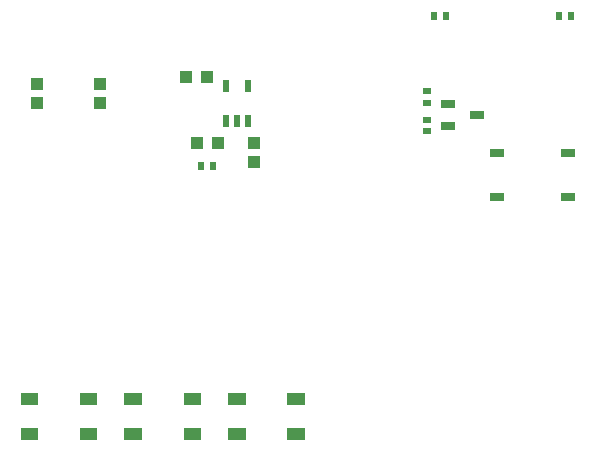
<source format=gtp>
G04 Layer: TopPasteMaskLayer*
G04 EasyEDA v6.3.53, 2020-06-18T10:34:05+08:00*
G04 fc4558d4a1fd407c996c982f62b69df0,fed530592efb474aaabf7115e2e2b964,10*
G04 Gerber Generator version 0.2*
G04 Scale: 100 percent, Rotated: No, Reflected: No *
G04 Dimensions in millimeters *
G04 leading zeros omitted , absolute positions ,3 integer and 3 decimal *
%FSLAX33Y33*%
%MOMM*%
G90*
G71D02*

%ADD14R,1.250010X0.699999*%
%ADD15R,1.299997X0.699999*%
%ADD16R,1.099998X0.999998*%
%ADD18R,0.799998X0.499999*%
%ADD19R,0.499999X0.799998*%
%ADD20R,0.550012X0.999998*%
%ADD21R,0.999998X1.099998*%

%LPD*%
G54D14*
G01X45597Y30200D03*
G01X43097Y29250D03*
G01X43097Y31150D03*
G54D15*
G01X47284Y26950D03*
G01X53284Y26950D03*
G01X47284Y23250D03*
G01X53284Y23250D03*
G54D16*
G01X8347Y31200D03*
G01X8347Y32800D03*
G01X13647Y31200D03*
G01X13647Y32800D03*
G36*
G01X13447Y2651D02*
G01X11948Y2651D01*
G01X11948Y3649D01*
G01X13447Y3649D01*
G01X13447Y2651D01*
G37*
G36*
G01X13447Y5650D02*
G01X11948Y5650D01*
G01X11948Y6649D01*
G01X13447Y6649D01*
G01X13447Y5650D01*
G37*
G36*
G01X8448Y5650D02*
G01X6947Y5650D01*
G01X6947Y6649D01*
G01X8448Y6649D01*
G01X8448Y5650D01*
G37*
G36*
G01X8448Y2651D02*
G01X6947Y2651D01*
G01X6947Y3649D01*
G01X8448Y3649D01*
G01X8448Y2651D01*
G37*
G36*
G01X22247Y2651D02*
G01X20748Y2651D01*
G01X20748Y3649D01*
G01X22247Y3649D01*
G01X22247Y2651D01*
G37*
G36*
G01X22247Y5650D02*
G01X20748Y5650D01*
G01X20748Y6649D01*
G01X22247Y6649D01*
G01X22247Y5650D01*
G37*
G36*
G01X17248Y5650D02*
G01X15747Y5650D01*
G01X15747Y6649D01*
G01X17248Y6649D01*
G01X17248Y5650D01*
G37*
G36*
G01X17248Y2651D02*
G01X15747Y2651D01*
G01X15747Y3649D01*
G01X17248Y3649D01*
G01X17248Y2651D01*
G37*
G36*
G01X31047Y2651D02*
G01X29548Y2651D01*
G01X29548Y3649D01*
G01X31047Y3649D01*
G01X31047Y2651D01*
G37*
G36*
G01X31047Y5650D02*
G01X29548Y5650D01*
G01X29548Y6649D01*
G01X31047Y6649D01*
G01X31047Y5650D01*
G37*
G36*
G01X26048Y5650D02*
G01X24547Y5650D01*
G01X24547Y6649D01*
G01X26048Y6649D01*
G01X26048Y5650D01*
G37*
G36*
G01X26048Y2651D02*
G01X24547Y2651D01*
G01X24547Y3649D01*
G01X26048Y3649D01*
G01X26048Y2651D01*
G37*
G54D18*
G01X41347Y29800D03*
G01X41347Y28800D03*
G01X41348Y31204D03*
G01X41348Y32204D03*
G54D19*
G01X41947Y38600D03*
G01X42947Y38600D03*
G01X52547Y38600D03*
G01X53547Y38600D03*
G54D20*
G01X24323Y32658D03*
G01X26223Y32658D03*
G01X26223Y29658D03*
G01X25273Y29658D03*
G01X24323Y29658D03*
G54D16*
G01X26747Y27800D03*
G01X26747Y26200D03*
G54D21*
G01X20947Y33400D03*
G01X22747Y33400D03*
G01X21847Y27800D03*
G01X23647Y27800D03*
G54D19*
G01X22247Y25900D03*
G01X23247Y25900D03*
M00*
M02*

</source>
